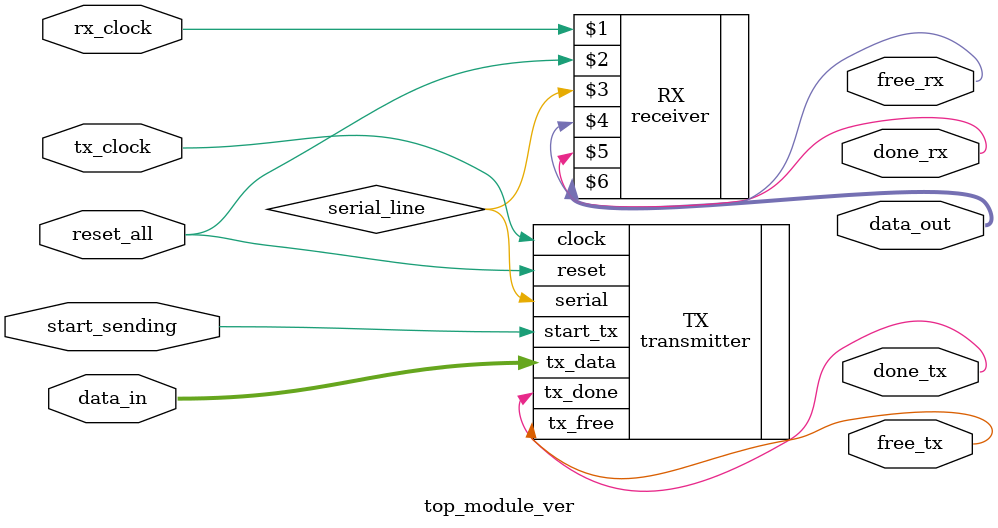
<source format=v>
`timescale 1ns / 1ps

module top_module_ver(
    input reset_all,
    /*transmitter----------------------------------*/
    input [7:0]data_in,
    input tx_clock ,
    input start_sending,
    output free_tx,
    output done_tx
    /*receiver-------------------------------------*/
   ,input rx_clock,
    output free_rx,
    output done_rx,
    output [7:0]data_out
    );
    
    wire serial_line;
    transmitter TX(.tx_data(data_in),
                   .clock(tx_clock),
                   .reset(reset_all),
                   .start_tx(start_sending),
                   .serial(serial_line),
                   .tx_free(free_tx),
                   .tx_done(done_tx));
                   
    receiver    RX(rx_clock,
                    reset_all,
                    serial_line,
                    free_rx,
                    done_rx,
                    data_out);
    
endmodule

</source>
